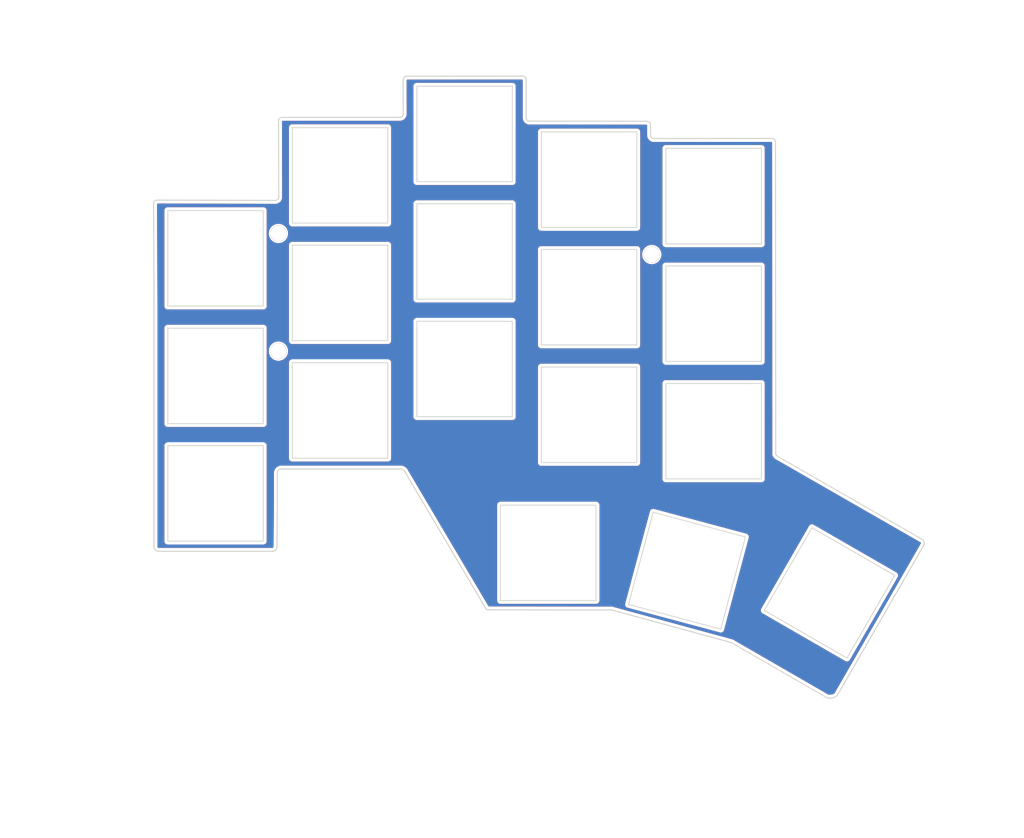
<source format=kicad_pcb>
(kicad_pcb (version 20240108) (generator "pcbnew") (generator_version "8.0")
  (title_block (title "temper plate") (date "2018-12-26") (rev "2.1") (company "raeedcho"))
  (layers (0 "F.Cu" signal) (31 "B.Cu" signal) (34 "B.Paste" user) (35 "F.Paste" user) (36 "B.SilkS" user "B.Silkscreen") (37 "F.SilkS" user "F.Silkscreen") (38 "B.Mask" user) (39 "F.Mask" user) (44 "Edge.Cuts" user))
  (net 0 "")
  (footprint "kbd:SW_Hole_choc" (layer "F.Cu") (at 85.91 70.4)
    (property "Reference" "SW2" (hide yes))
    (property "Value" "SW_PUSH" (hide yes))
    (fp_rect (start -6.9 -6.9) (end 6.9 6.9) (stroke (width 0.12)) (fill none) (layer "Edge.Cuts"))
  )
  (footprint "kbd:SW_Hole_choc" (layer "F.Cu") (at 103.91 58.4)
    (property "Reference" "SW3" (hide yes))
    (property "Value" "SW_PUSH" (hide yes))
    (fp_rect (start -6.9 -6.9) (end 6.9 6.9) (stroke (width 0.12)) (fill none) (layer "Edge.Cuts"))
  )
  (footprint "kbd:SW_Hole_choc" (layer "F.Cu") (at 121.91 52.4)
    (property "Reference" "SW4" (hide yes))
    (property "Value" "SW_PUSH" (hide yes))
    (fp_rect (start -6.9 -6.9) (end 6.9 6.9) (stroke (width 0.12)) (fill none) (layer "Edge.Cuts"))
  )
  (footprint "kbd:SW_Hole_choc" (layer "F.Cu") (at 139.91 59.02)
    (property "Reference" "SW5" (hide yes))
    (property "Value" "SW_PUSH" (hide yes))
    (fp_rect (start -6.9 -6.9) (end 6.9 6.9) (stroke (width 0.12)) (fill none) (layer "Edge.Cuts"))
  )
  (footprint "kbd:SW_Hole_choc" (layer "F.Cu") (at 157.91 61.4)
    (property "Reference" "SW6" (hide yes))
    (property "Value" "SW_PUSH" (hide yes))
    (fp_rect (start -6.9 -6.9) (end 6.9 6.9) (stroke (width 0.12)) (fill none) (layer "Edge.Cuts"))
  )
  (footprint "kbd:SW_Hole_choc" (layer "F.Cu") (at 85.91 87.4)
    (property "Reference" "SW8" (hide yes))
    (property "Value" "SW_PUSH" (hide yes))
    (fp_rect (start -6.9 -6.9) (end 6.9 6.9) (stroke (width 0.12)) (fill none) (layer "Edge.Cuts"))
  )
  (footprint "kbd:SW_Hole_choc" (layer "F.Cu") (at 103.91 75.4)
    (property "Reference" "SW9" (hide yes))
    (property "Value" "SW_PUSH" (hide yes))
    (fp_rect (start -6.9 -6.9) (end 6.9 6.9) (stroke (width 0.12)) (fill none) (layer "Edge.Cuts"))
  )
  (footprint "kbd:SW_Hole_choc" (layer "F.Cu") (at 121.91 69.4)
    (property "Reference" "SW10" (hide yes))
    (property "Value" "SW_PUSH" (hide yes))
    (fp_rect (start -6.9 -6.9) (end 6.9 6.9) (stroke (width 0.12)) (fill none) (layer "Edge.Cuts"))
  )
  (footprint "kbd:SW_Hole_choc" (layer "F.Cu") (at 139.91 76.02)
    (property "Reference" "SW11" (hide yes))
    (property "Value" "SW_PUSH" (hide yes))
    (fp_rect (start -6.9 -6.9) (end 6.9 6.9) (stroke (width 0.12)) (fill none) (layer "Edge.Cuts"))
  )
  (footprint "kbd:SW_Hole_choc" (layer "F.Cu") (at 157.91 78.4)
    (property "Reference" "SW12" (hide yes))
    (property "Value" "SW_PUSH" (hide yes))
    (fp_rect (start -6.9 -6.9) (end 6.9 6.9) (stroke (width 0.12)) (fill none) (layer "Edge.Cuts"))
  )
  (footprint "kbd:SW_Hole_choc" (layer "F.Cu") (at 85.91 104.4)
    (property "Reference" "SW14" (hide yes))
    (property "Value" "SW_PUSH" (hide yes))
    (fp_rect (start -6.9 -6.9) (end 6.9 6.9) (stroke (width 0.12)) (fill none) (layer "Edge.Cuts"))
  )
  (footprint "kbd:SW_Hole_choc" (layer "F.Cu") (at 103.91 92.4)
    (property "Reference" "SW15" (hide yes))
    (property "Value" "SW_PUSH" (hide yes))
    (fp_rect (start -6.9 -6.9) (end 6.9 6.9) (stroke (width 0.12)) (fill none) (layer "Edge.Cuts"))
  )
  (footprint "kbd:SW_Hole_choc" (layer "F.Cu") (at 121.91 86.4)
    (property "Reference" "SW16" (hide yes))
    (property "Value" "SW_PUSH" (hide yes))
    (fp_rect (start -6.9 -6.9) (end 6.9 6.9) (stroke (width 0.12)) (fill none) (layer "Edge.Cuts"))
  )
  (footprint "kbd:SW_Hole_choc" (layer "F.Cu") (at 139.91 93.025)
    (property "Reference" "SW17" (hide yes))
    (property "Value" "SW_PUSH" (hide yes))
    (fp_rect (start -6.9 -6.9) (end 6.9 6.9) (stroke (width 0.12)) (fill none) (layer "Edge.Cuts"))
  )
  (footprint "kbd:SW_Hole_choc" (layer "F.Cu") (at 157.91 95.4)
    (property "Reference" "SW18" (hide yes))
    (property "Value" "SW_PUSH" (hide yes))
    (fp_rect (start -6.9 -6.9) (end 6.9 6.9) (stroke (width 0.12)) (fill none) (layer "Edge.Cuts"))
  )
  (footprint "kbd:SW_Hole_choc" (layer "F.Cu") (at 134.01 112.99 180)
    (property "Reference" "SW19" (hide yes))
    (property "Value" "SW_PUSH" (hide yes))
    (fp_rect (start -6.9 -6.9) (end 6.9 6.9) (stroke (width 0.12)) (fill none) (layer "Edge.Cuts"))
  )
  (footprint "kbd:SW_Hole_choc" (layer "F.Cu") (at 154.06 115.58 165)
    (property "Reference" "SW20" (hide yes))
    (property "Value" "SW_PUSH" (hide yes))
    (fp_poly (pts (xy -6.9 -6.9) (xy 6.9 -6.9) (xy 6.9 6.9) (xy -6.9 6.9)) (stroke (width 0.12)) (fill none) (layer "Edge.Cuts"))
  )
  (footprint "kbd:SW_Hole_choc" (layer "F.Cu") (at 174.66 118.79 -120)
    (property "Reference" "SW21" (hide yes))
    (property "Value" "SW_PUSH" (hide yes))
    (fp_poly (pts (xy -6.9 -6.9) (xy 6.9 -6.9) (xy 6.9 6.9) (xy -6.9 6.9)) (stroke (width 0.12)) (fill none) (layer "Edge.Cuts"))
  )
  (footprint "kbd:M2_Threads_v2" (layer "F.Cu") (at 95 66.802)
    (property "Reference" "h6" (hide yes))
    (property "Value" "h6" (hide yes))
    (pad "" thru_hole circle (at 0 0) (size 2.3 2.3) (drill 2.3) (layers "*.Cu" "*.Mask"))
  )
  (footprint "kbd:M2_Threads_v2" (layer "F.Cu") (at 148.971 69.85)
    (property "Reference" "h7" (hide yes))
    (property "Value" "h7" (hide yes))
    (pad "" thru_hole circle (at 0 0) (size 2.3 2.3) (drill 2.3) (layers "*.Cu" "*.Mask"))
  )
  (footprint "kbd:M2_Threads_v2" (layer "F.Cu") (at 95 83.82)
    (property "Reference" "h5" (hide yes))
    (property "Value" "h5" (hide yes))
    (pad "" thru_hole circle (at 0 0) (size 2.3 2.3) (drill 2.3) (layers "*.Cu" "*.Mask"))
  )
  (gr_line (start 94.540847 62.014447) (end 77.4192 61.976) (stroke (width 0.15)) (layer "Edge.Cuts"))
  (gr_line (start 175.768 133.6548) (end 188.304 111.884) (stroke (width 0.15)) (layer "Edge.Cuts"))
  (gr_line (start 160.4772 125.984) (end 174.288668 133.9596) (stroke (width 0.15)) (layer "Edge.Cuts"))
  (gr_line (start 125.3744 121.240811) (end 143.1544 121.2596) (stroke (width 0.15)) (layer "Edge.Cuts"))
  (gr_arc (start 166.360498 53.055) (mid 166.678903 53.165683) (end 166.86 53.45) (stroke (width 0.15)) (layer "Edge.Cuts"))
  (gr_line (start 166.360498 53.055) (end 149.2932 53.06902) (stroke (width 0.15)) (layer "Edge.Cuts"))
  (gr_arc (start 95.040847 61.514447) (mid 94.8944 61.868) (end 94.540847 62.014447) (stroke (width 0.15)) (layer "Edge.Cuts"))
  (gr_arc (start 95.01712 50.50682) (mid 95.163567 50.153267) (end 95.51712 50.00682) (stroke (width 0.15)) (layer "Edge.Cuts"))
  (gr_line (start 130.31 44.0362) (end 113.53 44.049553) (stroke (width 0.15)) (layer "Edge.Cuts"))
  (gr_line (start 130.81 50.0534) (end 130.81 44.5362) (stroke (width 0.15)) (layer "Edge.Cuts"))
  (gr_line (start 148.2932 50.56902) (end 131.31 50.5534) (stroke (width 0.15)) (layer "Edge.Cuts"))
  (gr_line (start 148.7932 52.56902) (end 148.7932 51.06902) (stroke (width 0.15)) (layer "Edge.Cuts"))
  (gr_line (start 95.01712 50.50682) (end 95.040847 61.514447) (stroke (width 0.15)) (layer "Edge.Cuts"))
  (gr_line (start 112.54712 50.00682) (end 95.51712 50.00682) (stroke (width 0.15)) (layer "Edge.Cuts"))
  (gr_line (start 113.03 44.549553) (end 113.04712 49.50682) (stroke (width 0.15)) (layer "Edge.Cuts"))
  (gr_arc (start 113.04712 49.50682) (mid 112.900673 49.860373) (end 112.54712 50.00682) (stroke (width 0.15)) (layer "Edge.Cuts"))
  (gr_arc (start 113.03 44.549553) (mid 113.176447 44.196) (end 113.53 44.049553) (stroke (width 0.15)) (layer "Edge.Cuts"))
  (gr_arc (start 130.31 44.0362) (mid 130.663553 44.182647) (end 130.81 44.5362) (stroke (width 0.15)) (layer "Edge.Cuts"))
  (gr_arc (start 131.31 50.5534) (mid 130.956447 50.406953) (end 130.81 50.0534) (stroke (width 0.15)) (layer "Edge.Cuts"))
  (gr_arc (start 148.2932 50.56902) (mid 148.646753 50.715467) (end 148.7932 51.06902) (stroke (width 0.15)) (layer "Edge.Cuts"))
  (gr_arc (start 149.2932 53.06902) (mid 148.939647 52.922573) (end 148.7932 52.56902) (stroke (width 0.15)) (layer "Edge.Cuts"))
  (gr_line (start 95.4532 100.862652) (end 112.6236 100.862652) (stroke (width 0.15)) (layer "Edge.Cuts"))
  (gr_line (start 94.8436 105.5624) (end 94.8436 101.472252) (stroke (width 0.15)) (layer "Edge.Cuts"))
  (gr_arc (start 112.6236 100.862652) (mid 113.02279 100.980057) (end 113.294857 101.294883) (stroke (width 0.15)) (layer "Edge.Cuts"))
  (gr_arc (start 125.3744 121.240811) (mid 125.184464 121.206306) (end 125.0188 121.1072) (stroke (width 0.15)) (layer "Edge.Cuts"))
  (gr_arc (start 175.768 133.6548) (mid 175.064863 133.984494) (end 174.288668 133.959599) (stroke (width 0.15)) (layer "Edge.Cuts"))
  (gr_line (start 77.0128 93.7768) (end 77.0128 110.744) (stroke (width 0.15)) (layer "Edge.Cuts"))
  (gr_line (start 76.962 62.4332) (end 77.0128 76.708) (stroke (width 0.15)) (layer "Edge.Cuts"))
  (gr_line (start 166.86 53.45) (end 166.89 98.74) (stroke (width 0.15)) (layer "Edge.Cuts"))
  (gr_line (start 94.7928 112.1156) (end 94.8436 105.5624) (stroke (width 0.15)) (layer "Edge.Cuts"))
  (gr_arc (start 94.8436 101.472252) (mid 95.022148 101.0412) (end 95.4532 100.862652) (stroke (width 0.15)) (layer "Edge.Cuts"))
  (gr_arc (start 167.28 99.11) (mid 167.045968 98.966142) (end 166.889999 98.74) (stroke (width 0.15)) (layer "Edge.Cuts"))
  (gr_arc (start 94.7928 112.1156) (mid 94.599373 112.582573) (end 94.1324 112.776) (stroke (width 0.15)) (layer "Edge.Cuts"))
  (gr_line (start 77.0128 112.1156) (end 77.0128 110.744) (stroke (width 0.15)) (layer "Edge.Cuts"))
  (gr_line (start 188.021631 111.020019) (end 167.28 99.11) (stroke (width 0.15)) (layer "Edge.Cuts"))
  (gr_line (start 77.0128 76.708) (end 77.0128 93.7768) (stroke (width 0.15)) (layer "Edge.Cuts"))
  (gr_arc (start 188.021632 111.020019) (mid 188.335826 111.395466) (end 188.304 111.884) (stroke (width 0.15)) (layer "Edge.Cuts"))
  (gr_line (start 113.294857 101.294883) (end 125.0188 121.1072) (stroke (width 0.15)) (layer "Edge.Cuts"))
  (gr_arc (start 76.962 62.4332) (mid 77.095911 62.109911) (end 77.4192 61.976) (stroke (width 0.15)) (layer "Edge.Cuts"))
  (gr_line (start 77.6732 112.776) (end 94.1324 112.776) (stroke (width 0.15)) (layer "Edge.Cuts"))
  (gr_line (start 143.1544 121.2596) (end 160.4772 125.984) (stroke (width 0.15)) (layer "Edge.Cuts"))
  (gr_arc (start 77.6732 112.776) (mid 77.206227 112.582573) (end 77.0128 112.1156) (stroke (width 0.15)) (layer "Edge.Cuts"))
  (zone (net 0) (net_name "") (layers "F&B.Cu") (connect_pads (clearance 0)) (min_thickness 0.254) (fill yes (thermal_gap 0.508) (thermal_bridge_width 0.508) (island_removal_mode 1) (island_area_min 10))
    (polygon (pts (xy 202.79 154.28) (xy 54.75 142.08) (xy 68.58 43.98) (xy 180.26 33.03)))
  )
)
</source>
